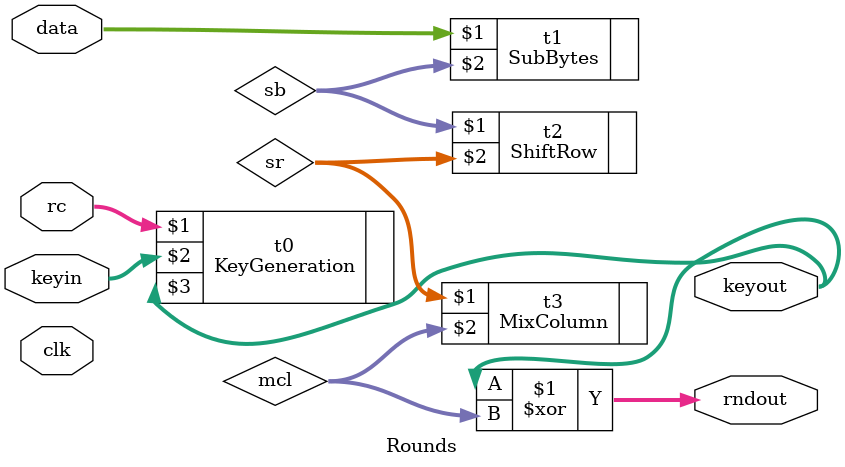
<source format=v>
`timescale 1ns / 1ps

module Rounds(clk,rc,data,keyin,keyout,rndout);
input clk;
input [3:0]rc;
input [127:0]data;
input [127:0]keyin;
output [127:0]keyout;
output [127:0]rndout;

wire [127:0] sb,sr,mcl;

KeyGeneration t0(rc,keyin,keyout);
SubBytes t1(data,sb);
ShiftRow t2(sb,sr);
MixColumn t3(sr,mcl);
assign rndout= keyout^mcl;

endmodule

</source>
